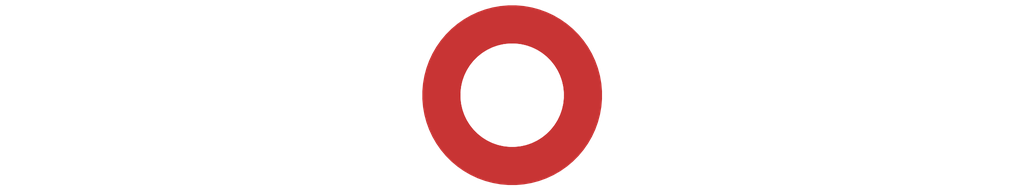
<source format=kicad_pcb>
(kicad_pcb (version 20240108) (generator pcbnew)
  (layers (0 "F.Cu" signal) (31 "B.Cu" signal) (34 "B.Paste" user) (35 "F.Paste" user) (36 "B.SilkS" user "B.Silkscreen") (37 "F.SilkS" user "F.Silkscreen") (38 "B.Mask" user) (39 "F.Mask" user) (44 "Edge.Cuts" user))
  (net 0 "")
  (footprint "Mounting_Wuerth_WA-SMSI-4.5mm_H4mm_9774040482" (layer "F.Cu") (at 0 0)
    (property "Reference" "REF**")
    (property "Value" "Mounting_Wuerth_WA-SMSI-4.5mm_H4mm_9774040482")
    (pad "" np_thru_hole circle (at 0 0) (size 5.4 5.4) (drill 5.4) (layers *.Cu *.Mask))
    (pad "1" smd circle (at -3.7 0) (size 1.6 1.6) (layers "F.Cu"))
    (pad "1" smd circle (at 0 -3.7) (size 1.6 1.6) (layers "F.Cu"))
    (pad "1" smd circle (at 0 3.7) (size 1.6 1.6) (layers "F.Cu"))
    (pad "1" smd custom (at 3.7 0) (size 1.6 1.6) (layers "F.Cu" "F.Mask") (options (clearance outline) (anchor circle)) (primitives (gr_circle (center -3.7 0) (end 0 0) (width 2) (fill no))))
  )
)
</source>
